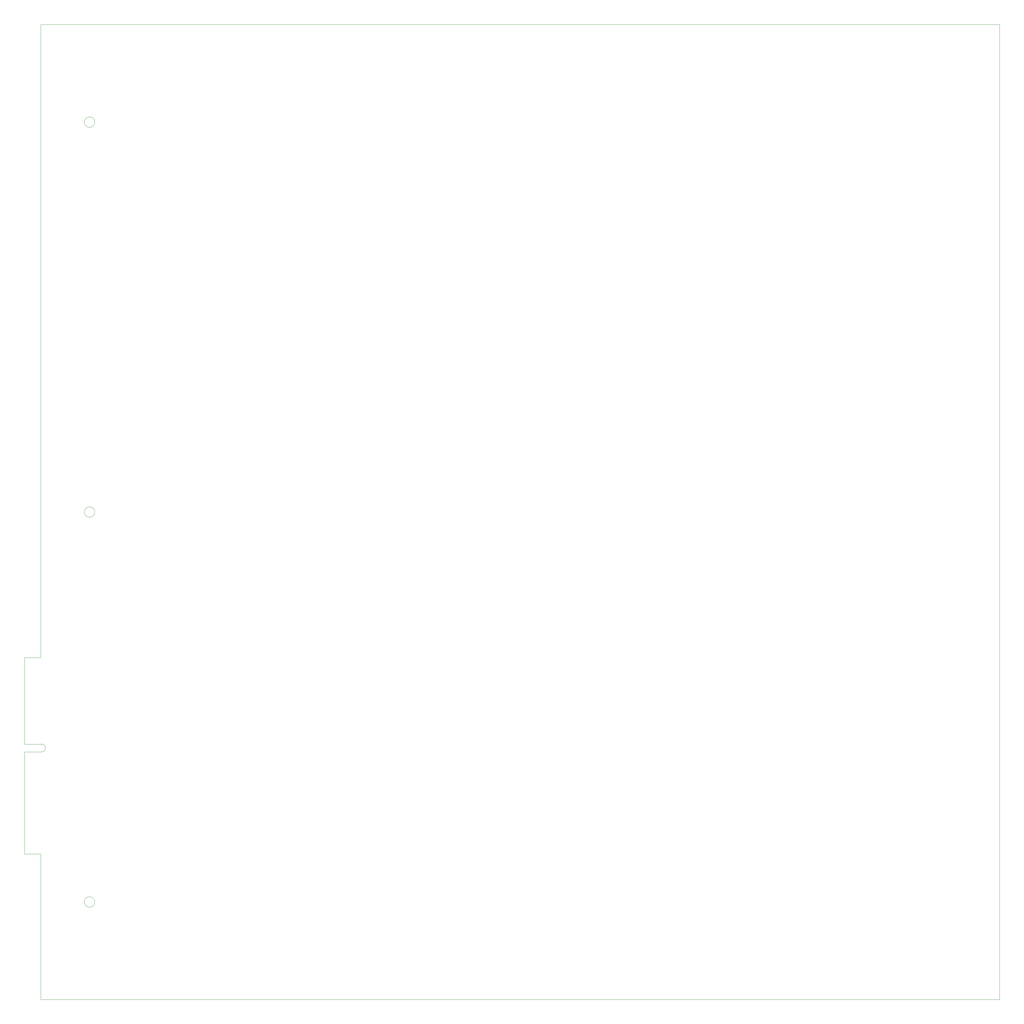
<source format=gbr>
%TF.GenerationSoftware,KiCad,Pcbnew,8.0.2-1*%
%TF.CreationDate,2024-06-03T22:08:22-04:00*%
%TF.ProjectId,Untitled,556e7469-746c-4656-942e-6b696361645f,rev?*%
%TF.SameCoordinates,Original*%
%TF.FileFunction,Profile,NP*%
%FSLAX46Y46*%
G04 Gerber Fmt 4.6, Leading zero omitted, Abs format (unit mm)*
G04 Created by KiCad (PCBNEW 8.0.2-1) date 2024-06-03 22:08:22*
%MOMM*%
%LPD*%
G01*
G04 APERTURE LIST*
%TA.AperFunction,Profile*%
%ADD10C,0.100000*%
%TD*%
%TA.AperFunction,Profile*%
%ADD11C,0.120000*%
%TD*%
G04 APERTURE END LIST*
D10*
X55000000Y-224775000D02*
X55000000Y-74775000D01*
X55000000Y-330000000D02*
X55000000Y-285225000D01*
X71600000Y-300000000D02*
G75*
G02*
X68400000Y-300000000I-1600000J0D01*
G01*
X68400000Y-300000000D02*
G75*
G02*
X71600000Y-300000000I1600000J0D01*
G01*
X55000000Y-30000000D02*
X55000000Y-74775000D01*
X71600000Y-180000000D02*
G75*
G02*
X68400000Y-180000000I-1600000J0D01*
G01*
X68400000Y-180000000D02*
G75*
G02*
X71600000Y-180000000I1600000J0D01*
G01*
X350000000Y-30000000D02*
X350000000Y-330000000D01*
X350000000Y-30000000D02*
X55000000Y-30000000D01*
X350000000Y-330000000D02*
X55000000Y-330000000D01*
X71600000Y-60000000D02*
G75*
G02*
X68400000Y-60000000I-1600000J0D01*
G01*
X68400000Y-60000000D02*
G75*
G02*
X71600000Y-60000000I1600000J0D01*
G01*
D11*
%TO.C,REF\u002A\u002A*%
X50000000Y-224775000D02*
X50000000Y-251405000D01*
X50000000Y-251405000D02*
X55200000Y-251405000D01*
X50000000Y-253805000D02*
X50000000Y-285225000D01*
X50000000Y-285225000D02*
X55000000Y-285225000D01*
X55000000Y-224775000D02*
X50000000Y-224775000D01*
X55200000Y-253805000D02*
X50000000Y-253805000D01*
X55200000Y-251405000D02*
G75*
G02*
X55200000Y-253805000I0J-1200000D01*
G01*
%TD*%
M02*

</source>
